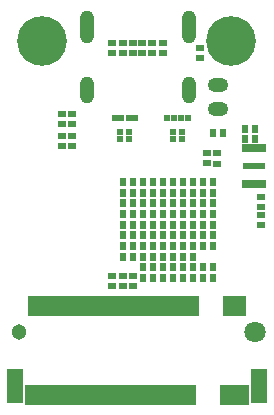
<source format=gbs>
G04*
G04 #@! TF.GenerationSoftware,Altium Limited,Altium Designer,21.2.1 (34)*
G04*
G04 Layer_Color=16711935*
%FSLAX25Y25*%
%MOIN*%
G70*
G04*
G04 #@! TF.SameCoordinates,309C0993-0839-4B3B-9E80-2D82E5661E4B*
G04*
G04*
G04 #@! TF.FilePolarity,Negative*
G04*
G01*
G75*
%ADD39R,0.02568X0.02372*%
%ADD40R,0.02372X0.02568*%
%ADD47R,0.02375X0.01981*%
%ADD48R,0.01981X0.02375*%
%ADD55C,0.16548*%
%ADD56O,0.04737X0.09063*%
%ADD57O,0.04737X0.11031*%
%ADD58C,0.05131*%
%ADD59C,0.07099*%
%ADD86O,0.06800X0.04737*%
%ADD87R,0.07493X0.01981*%
%ADD88R,0.01902X0.03162*%
%ADD89R,0.01981X0.06902*%
%ADD90R,0.05524X0.11627*%
D39*
X121507Y155057D02*
D03*
Y151710D02*
D03*
X95600Y153574D02*
D03*
X95600Y156920D02*
D03*
X92000Y156920D02*
D03*
X92000Y153574D02*
D03*
X109100Y153574D02*
D03*
X109100Y156920D02*
D03*
X105500Y156920D02*
D03*
X105500Y153574D02*
D03*
X102125Y156920D02*
D03*
Y153574D02*
D03*
X98925D02*
D03*
Y156920D02*
D03*
X99179Y75759D02*
D03*
X99179Y79105D02*
D03*
X95615Y75759D02*
D03*
X95615Y79105D02*
D03*
X92036Y75751D02*
D03*
X92036Y79098D02*
D03*
X75280Y129916D02*
D03*
X75280Y133262D02*
D03*
X75281Y122287D02*
D03*
X75281Y125633D02*
D03*
X78681Y122287D02*
D03*
Y125633D02*
D03*
X78680Y133262D02*
D03*
Y129916D02*
D03*
X141771Y96074D02*
D03*
X141771Y99421D02*
D03*
X141755Y105606D02*
D03*
Y102260D02*
D03*
X126994Y116613D02*
D03*
X126994Y119959D02*
D03*
X123600Y119973D02*
D03*
Y116627D02*
D03*
D40*
X139687Y127955D02*
D03*
X136340D02*
D03*
X128973Y126900D02*
D03*
X125627Y126900D02*
D03*
X125896Y92662D02*
D03*
X122550Y92662D02*
D03*
X125896Y96229D02*
D03*
X122550Y96229D02*
D03*
X122550Y99796D02*
D03*
X125896Y99796D02*
D03*
Y103363D02*
D03*
X122550Y103363D02*
D03*
X119203Y96229D02*
D03*
X115857Y96229D02*
D03*
Y99796D02*
D03*
X119203Y99796D02*
D03*
X119203Y103363D02*
D03*
X115857Y103363D02*
D03*
X109164Y92662D02*
D03*
X112510Y92662D02*
D03*
X115857Y92662D02*
D03*
X119203Y92662D02*
D03*
X109164Y96229D02*
D03*
X112510Y96229D02*
D03*
X122550Y106930D02*
D03*
X125896Y106930D02*
D03*
X115857Y106930D02*
D03*
X119203Y106930D02*
D03*
X122550Y110496D02*
D03*
X125896Y110496D02*
D03*
X119203D02*
D03*
X115857Y110496D02*
D03*
X95778Y106930D02*
D03*
X99124Y106930D02*
D03*
Y103363D02*
D03*
X95778Y103363D02*
D03*
X105817Y103363D02*
D03*
X102471Y103363D02*
D03*
X102471Y106930D02*
D03*
X105817Y106930D02*
D03*
X102471Y96229D02*
D03*
X105817Y96229D02*
D03*
Y92662D02*
D03*
X102471Y92662D02*
D03*
X105817Y99796D02*
D03*
X102471Y99796D02*
D03*
X109164Y99796D02*
D03*
X112510Y99796D02*
D03*
X99124Y110496D02*
D03*
X95778D02*
D03*
X105817Y110496D02*
D03*
X102471Y110496D02*
D03*
X109164Y103363D02*
D03*
X112510Y103363D02*
D03*
Y110496D02*
D03*
X109164Y110496D02*
D03*
X99124Y99796D02*
D03*
X95778Y99796D02*
D03*
X109164Y106930D02*
D03*
X112510Y106930D02*
D03*
X99124Y92662D02*
D03*
X95778Y92662D02*
D03*
Y96229D02*
D03*
X99124Y96229D02*
D03*
X109164Y85528D02*
D03*
X112510Y85528D02*
D03*
Y81961D02*
D03*
X109164Y81961D02*
D03*
X95778Y85528D02*
D03*
X99124Y85528D02*
D03*
X102471Y85528D02*
D03*
X105817Y85528D02*
D03*
X102471Y81961D02*
D03*
X105817Y81961D02*
D03*
X112510Y78394D02*
D03*
X109164Y78394D02*
D03*
X102471Y78394D02*
D03*
X105817Y78394D02*
D03*
X119203Y89095D02*
D03*
X115857Y89095D02*
D03*
X112510Y89095D02*
D03*
X109164Y89095D02*
D03*
X102471Y89095D02*
D03*
X105817Y89095D02*
D03*
X115857Y85528D02*
D03*
X119203Y85528D02*
D03*
X122550Y89095D02*
D03*
X125896D02*
D03*
X95778Y89095D02*
D03*
X99124Y89095D02*
D03*
X122550Y81961D02*
D03*
X125896D02*
D03*
X119203Y81961D02*
D03*
X115857Y81961D02*
D03*
Y78394D02*
D03*
X119203D02*
D03*
X122550D02*
D03*
X125896D02*
D03*
X136327Y124800D02*
D03*
X139673D02*
D03*
D47*
X94864Y127041D02*
D03*
Y124876D02*
D03*
X97865D02*
D03*
Y127041D02*
D03*
X112406D02*
D03*
Y124876D02*
D03*
X115406D02*
D03*
Y127041D02*
D03*
D48*
X95129Y131864D02*
D03*
X92964D02*
D03*
X97664D02*
D03*
X99829D02*
D03*
X112647D02*
D03*
X110482D02*
D03*
X115182D02*
D03*
X117347D02*
D03*
D55*
X131892Y157526D02*
D03*
X68900D02*
D03*
D56*
X83604Y141165D02*
D03*
X117619D02*
D03*
D57*
Y162267D02*
D03*
X83604Y162267D02*
D03*
D58*
X61060Y60300D02*
D03*
D59*
X139800D02*
D03*
D86*
X127300Y134800D02*
D03*
Y142674D02*
D03*
D87*
X139431Y115731D02*
D03*
D88*
X142384Y109796D02*
D03*
X140415D02*
D03*
X138447D02*
D03*
X136478D02*
D03*
X142384Y121666D02*
D03*
X140415D02*
D03*
X138447D02*
D03*
X136478D02*
D03*
D89*
X64013Y39533D02*
D03*
X64997Y69257D02*
D03*
X65981Y39533D02*
D03*
X66966Y69257D02*
D03*
X71887Y39533D02*
D03*
X74840Y69257D02*
D03*
X76808D02*
D03*
X77792Y39533D02*
D03*
X78777Y69257D02*
D03*
X80745D02*
D03*
X83698Y39533D02*
D03*
X89604Y39532D02*
D03*
X95509Y39533D02*
D03*
X101414D02*
D03*
X107320D02*
D03*
X112241Y69257D02*
D03*
X113225Y39533D02*
D03*
X114210Y69257D02*
D03*
X116178D02*
D03*
X119131Y39533D02*
D03*
X131926Y69257D02*
D03*
X132910Y39533D02*
D03*
X133895Y69257D02*
D03*
X134879Y39533D02*
D03*
X135863Y69257D02*
D03*
X136847Y39533D02*
D03*
X73855D02*
D03*
X75824D02*
D03*
X85666D02*
D03*
X87635Y39532D02*
D03*
X97477Y39533D02*
D03*
X99446D02*
D03*
X109288D02*
D03*
X111257D02*
D03*
X103383D02*
D03*
X91572Y39532D02*
D03*
X79761Y39533D02*
D03*
X67950D02*
D03*
X105351D02*
D03*
X93541Y39532D02*
D03*
X81729Y39533D02*
D03*
X69918D02*
D03*
X115194D02*
D03*
X117162D02*
D03*
X130942D02*
D03*
X129958Y69257D02*
D03*
X128973Y39533D02*
D03*
X92556Y69257D02*
D03*
X90587D02*
D03*
X88619D02*
D03*
X86650D02*
D03*
X120115Y69257D02*
D03*
X118147D02*
D03*
X110273D02*
D03*
X108304D02*
D03*
X106336D02*
D03*
X104367D02*
D03*
X102399D02*
D03*
X100430D02*
D03*
X84682D02*
D03*
X82714D02*
D03*
X72871D02*
D03*
X70903D02*
D03*
X68934D02*
D03*
X94525D02*
D03*
X96493D02*
D03*
X98462D02*
D03*
D90*
X59682Y42584D02*
D03*
X141178D02*
D03*
M02*

</source>
